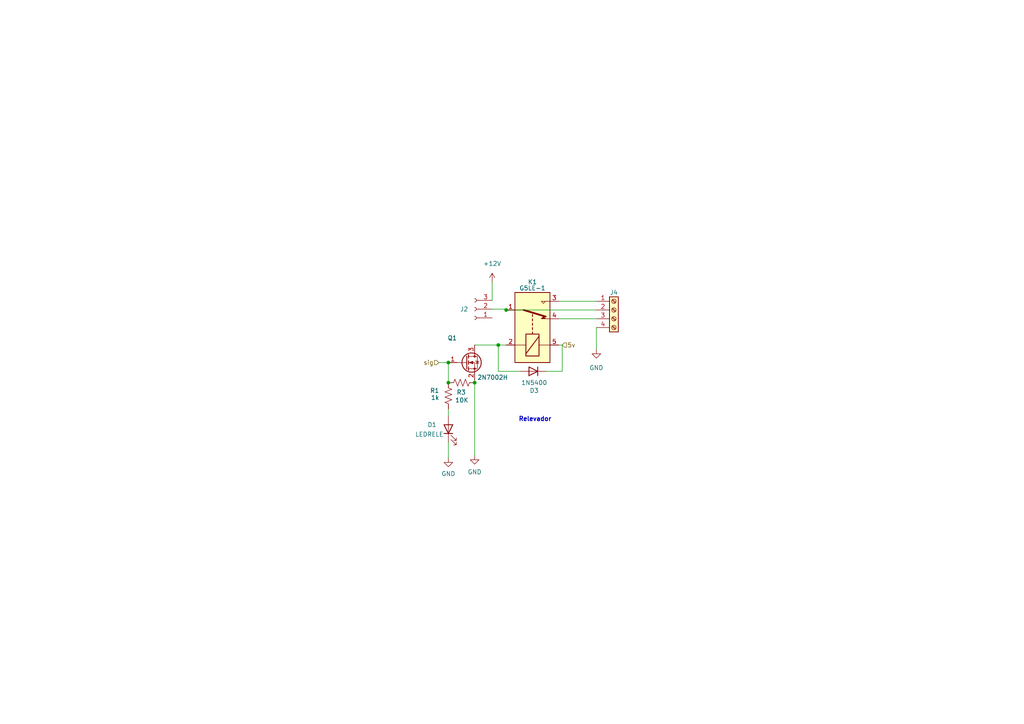
<source format=kicad_sch>
(kicad_sch (version 20230121) (generator eeschema)
  (paper "A4")
  (lib_symbols
    (symbol "Connector:Conn_01x03_Female" (pin_names (offset 1.016) hide)
      (property "Reference" "J" (at 0 5.08 0))
      (property "Value" "Conn_01x03_Female" (at 0 -5.08 0))
      (symbol "Conn_01x03_Female_1_1"
        (arc (start 0 -2.032) (mid -0.5058 -2.54) (end 0 -3.048) (stroke (width 0.1524)))
        (polyline (pts (xy -1.27 -2.54) (xy -0.508 -2.54)) (stroke (width 0.1524)))
        (polyline (pts (xy -1.27 0) (xy -0.508 0)) (stroke (width 0.1524)))
        (polyline (pts (xy -1.27 2.54) (xy -0.508 2.54)) (stroke (width 0.1524)))
        (arc (start 0 0.508) (mid -0.5058 0) (end 0 -0.508) (stroke (width 0.1524)))
        (arc (start 0 3.048) (mid -0.5058 2.54) (end 0 2.032) (stroke (width 0.1524)))
        (pin passive line (at -5.08 2.54 0) (length 3.81) (name "Pin_1") (number "1"))
        (pin passive line (at -5.08 0 0) (length 3.81) (name "Pin_2") (number "2"))
        (pin passive line (at -5.08 -2.54 0) (length 3.81) (name "Pin_3") (number "3"))
      )
    )
    (symbol "Connector:Screw_Terminal_01x04" (pin_names (offset 1.016) hide)
      (property "Reference" "J" (at 0 5.08 0))
      (property "Value" "Screw_Terminal_01x04" (at 0 -7.62 0))
      (symbol "Screw_Terminal_01x04_1_1"
        (rectangle (start -1.27 3.81) (end 1.27 -6.35) (stroke (width 0.254)) (fill (type background)))
        (circle (center 0 -5.08) (radius 0.635) (stroke (width 0.1524)))
        (circle (center 0 -2.54) (radius 0.635) (stroke (width 0.1524)))
        (polyline (pts (xy -0.5334 -4.7498) (xy 0.3302 -5.588)) (stroke (width 0.1524)))
        (polyline (pts (xy -0.5334 -2.2098) (xy 0.3302 -3.048)) (stroke (width 0.1524)))
        (polyline (pts (xy -0.5334 0.3302) (xy 0.3302 -0.508)) (stroke (width 0.1524)))
        (polyline (pts (xy -0.5334 2.8702) (xy 0.3302 2.032)) (stroke (width 0.1524)))
        (polyline (pts (xy -0.3556 -4.572) (xy 0.508 -5.4102)) (stroke (width 0.1524)))
        (polyline (pts (xy -0.3556 -2.032) (xy 0.508 -2.8702)) (stroke (width 0.1524)))
        (polyline (pts (xy -0.3556 0.508) (xy 0.508 -0.3302)) (stroke (width 0.1524)))
        (polyline (pts (xy -0.3556 3.048) (xy 0.508 2.2098)) (stroke (width 0.1524)))
        (circle (center 0 0) (radius 0.635) (stroke (width 0.1524)))
        (circle (center 0 2.54) (radius 0.635) (stroke (width 0.1524)))
        (pin passive line (at -5.08 2.54 0) (length 3.81) (name "Pin_1") (number "1"))
        (pin passive line (at -5.08 0 0) (length 3.81) (name "Pin_2") (number "2"))
        (pin passive line (at -5.08 -2.54 0) (length 3.81) (name "Pin_3") (number "3"))
        (pin passive line (at -5.08 -5.08 0) (length 3.81) (name "Pin_4") (number "4"))
      )
    )
    (symbol "Device:LED" (pin_numbers hide) (pin_names (offset 1.016) hide)
      (property "Reference" "D" (at 0 2.54 0))
      (property "Value" "LED" (at 0 -2.54 0))
      (symbol "LED_0_1"
        (polyline (pts (xy -1.27 -1.27) (xy -1.27 1.27)) (stroke (width 0.254)))
        (polyline (pts (xy -1.27 0) (xy 1.27 0)))
        (polyline (pts (xy 1.27 -1.27) (xy 1.27 1.27) (xy -1.27 0) (xy 1.27 -1.27)) (stroke (width 0.254)))
        (polyline (pts (xy -3.048 -0.762) (xy -4.572 -2.286) (xy -3.81 -2.286) (xy -4.572 -2.286) (xy -4.572 -1.524)))
        (polyline (pts (xy -1.778 -0.762) (xy -3.302 -2.286) (xy -2.54 -2.286) (xy -3.302 -2.286) (xy -3.302 -1.524)))
      )
      (symbol "LED_1_1"
        (pin passive line (at -3.81 0 0) (length 2.54) (name "K") (number "1"))
        (pin passive line (at 3.81 0 180) (length 2.54) (name "A") (number "2"))
      )
    )
    (symbol "Device:R_US" (pin_numbers hide) (pin_names (offset 0))
      (property "Reference" "R" (at 2.54 0 90))
      (property "Value" "R_US" (at -2.54 0 90))
      (symbol "R_US_0_1"
        (polyline (pts (xy 0 -2.286) (xy 0 -2.54)))
        (polyline (pts (xy 0 2.286) (xy 0 2.54)))
        (polyline (pts (xy 0 -0.762) (xy 1.016 -1.143) (xy 0 -1.524) (xy -1.016 -1.905) (xy 0 -2.286)))
        (polyline (pts (xy 0 0.762) (xy 1.016 0.381) (xy 0 0) (xy -1.016 -0.381) (xy 0 -0.762)))
        (polyline (pts (xy 0 2.286) (xy 1.016 1.905) (xy 0 1.524) (xy -1.016 1.143) (xy 0 0.762)))
      )
      (symbol "R_US_1_1"
        (pin passive line (at 0 3.81 270) (length 1.27) (name "~") (number "1"))
        (pin passive line (at 0 -3.81 90) (length 1.27) (name "~") (number "2"))
      )
    )
    (symbol "Diode:1N5400" (pin_numbers hide) (pin_names hide)
      (property "Reference" "D" (at 0 2.54 0))
      (property "Value" "1N5400" (at 0 -2.54 0))
      (symbol "1N5400_0_1"
        (polyline (pts (xy -1.27 1.27) (xy -1.27 -1.27)) (stroke (width 0.254)))
        (polyline (pts (xy 1.27 0) (xy -1.27 0)))
        (polyline (pts (xy 1.27 1.27) (xy 1.27 -1.27) (xy -1.27 0) (xy 1.27 1.27)) (stroke (width 0.254)))
      )
      (symbol "1N5400_1_1"
        (pin passive line (at -3.81 0 0) (length 2.54) (name "K") (number "1"))
        (pin passive line (at 3.81 0 180) (length 2.54) (name "A") (number "2"))
      )
    )
    (symbol "Relay:G5LE-1"
      (property "Reference" "K" (at 11.43 3.81 0))
      (property "Value" "G5LE-1" (at 11.43 1.27 0))
      (symbol "G5LE-1_0_0"
        (polyline (pts (xy 7.62 5.08) (xy 7.62 2.54) (xy 6.985 3.175) (xy 7.62 3.81)))
      )
      (symbol "G5LE-1_0_1"
        (rectangle (start -10.16 5.08) (end 10.16 -5.08) (stroke (width 0.254)) (fill (type background)))
        (rectangle (start -8.255 1.905) (end -1.905 -1.905) (stroke (width 0.254)))
        (polyline (pts (xy -7.62 -1.905) (xy -2.54 1.905)) (stroke (width 0.254)))
        (polyline (pts (xy -5.08 -5.08) (xy -5.08 -1.905)))
        (polyline (pts (xy -5.08 5.08) (xy -5.08 1.905)))
        (polyline (pts (xy -1.905 0) (xy -1.27 0)) (stroke (width 0.254)))
        (polyline (pts (xy -0.635 0) (xy 0 0)) (stroke (width 0.254)))
        (polyline (pts (xy 0.635 0) (xy 1.27 0)) (stroke (width 0.254)))
        (polyline (pts (xy 1.905 0) (xy 2.54 0)) (stroke (width 0.254)))
        (polyline (pts (xy 3.175 0) (xy 3.81 0)) (stroke (width 0.254)))
        (polyline (pts (xy 5.08 -2.54) (xy 3.175 3.81)) (stroke (width 0.508)))
        (polyline (pts (xy 5.08 -2.54) (xy 5.08 -5.08)))
        (polyline (pts (xy 2.54 5.08) (xy 2.54 2.54) (xy 3.175 3.175) (xy 2.54 3.81)) (fill (type outline)))
      )
      (symbol "G5LE-1_1_1"
        (pin passive line (at 5.08 -7.62 90) (length 2.54) (name "~") (number "1"))
        (pin passive line (at -5.08 -7.62 90) (length 2.54) (name "~") (number "2"))
        (pin passive line (at 7.62 7.62 270) (length 2.54) (name "~") (number "3"))
        (pin passive line (at 2.54 7.62 270) (length 2.54) (name "~") (number "4"))
        (pin passive line (at -5.08 7.62 270) (length 2.54) (name "~") (number "5"))
      )
    )
    (symbol "Transistor_FET:2N7002H" (pin_names hide)
      (property "Reference" "Q" (at 5.08 1.905 0))
      (property "Value" "2N7002H" (at 5.08 0 0))
      (symbol "2N7002H_0_1"
        (polyline (pts (xy 0.254 0) (xy -2.54 0)))
        (polyline (pts (xy 0.254 1.905) (xy 0.254 -1.905)) (stroke (width 0.254)))
        (polyline (pts (xy 0.762 -1.27) (xy 0.762 -2.286)) (stroke (width 0.254)))
        (polyline (pts (xy 0.762 0.508) (xy 0.762 -0.508)) (stroke (width 0.254)))
        (polyline (pts (xy 0.762 2.286) (xy 0.762 1.27)) (stroke (width 0.254)))
        (polyline (pts (xy 2.54 2.54) (xy 2.54 1.778)))
        (polyline (pts (xy 2.54 -2.54) (xy 2.54 0) (xy 0.762 0)))
        (polyline (pts (xy 0.762 -1.778) (xy 3.302 -1.778) (xy 3.302 1.778) (xy 0.762 1.778)))
        (polyline (pts (xy 1.016 0) (xy 2.032 0.381) (xy 2.032 -0.381) (xy 1.016 0)) (fill (type outline)))
        (polyline (pts (xy 2.794 0.508) (xy 2.921 0.381) (xy 3.683 0.381) (xy 3.81 0.254)))
        (polyline (pts (xy 3.302 0.381) (xy 2.921 -0.254) (xy 3.683 -0.254) (xy 3.302 0.381)))
        (circle (center 1.651 0) (radius 2.794) (stroke (width 0.254)))
        (circle (center 2.54 -1.778) (radius 0.254) (fill (type outline)))
        (circle (center 2.54 1.778) (radius 0.254) (fill (type outline)))
      )
      (symbol "2N7002H_1_1"
        (pin input line (at -5.08 0 0) (length 2.54) (name "G") (number "1"))
        (pin passive line (at 2.54 -5.08 90) (length 2.54) (name "S") (number "2"))
        (pin passive line (at 2.54 5.08 270) (length 2.54) (name "D") (number "3"))
      )
    )
    (symbol "power:+12V" (power) (pin_names (offset 0))
      (property "Value" "+12V" (at 0 3.556 0))
      (symbol "+12V_0_1"
        (polyline (pts (xy -0.762 1.27) (xy 0 2.54)))
        (polyline (pts (xy 0 0) (xy 0 2.54)))
        (polyline (pts (xy 0 2.54) (xy 0.762 1.27)))
      )
      (symbol "+12V_1_1"
        (pin power_in line (at 0 0 90) (length 0) hide (name "+12V") (number "1"))
      )
    )
    (symbol "power:GND" (power) (pin_names (offset 0))
      (property "Value" "GND" (at 0 -3.81 0))
      (symbol "GND_0_1"
        (polyline (pts (xy 0 0) (xy 0 -1.27) (xy 1.27 -1.27) (xy 0 -2.54) (xy -1.27 -1.27) (xy 0 -1.27)))
      )
      (symbol "GND_1_1"
        (pin power_in line (at 0 0 270) (length 0) hide (name "GND") (number "1"))
      )
    )
  )
  (junction (at 130.048 105.156))
  (junction (at 137.668 110.998))
  (junction (at 146.812 89.916))
  (junction (at 144.526 100.076))
  (junction (at 130.048 110.998))
  (wire (pts (xy 130.048 132.842) (xy 130.048 128.27)))
  (wire (pts (xy 163.068 100.076) (xy 162.052 100.076)))
  (wire (pts (xy 137.668 100.076) (xy 144.526 100.076)))
  (wire (pts (xy 163.068 100.076) (xy 163.068 107.696)))
  (wire (pts (xy 146.812 89.916) (xy 172.974 89.916)))
  (wire (pts (xy 144.526 100.076) (xy 146.812 100.076)))
  (wire (pts (xy 146.812 89.662) (xy 146.812 89.916)))
  (wire (pts (xy 172.974 94.996) (xy 172.974 101.346)))
  (wire (pts (xy 137.668 110.236) (xy 137.668 110.998)))
  (wire (pts (xy 127.254 105.156) (xy 130.048 105.156)))
  (wire (pts (xy 130.048 120.65) (xy 130.048 118.618)))
  (wire (pts (xy 142.748 89.662) (xy 146.812 89.662)))
  (wire (pts (xy 137.668 110.998) (xy 137.668 132.08)))
  (wire (pts (xy 144.526 107.696) (xy 150.876 107.696)))
  (wire (pts (xy 158.496 107.696) (xy 163.068 107.696)))
  (wire (pts (xy 162.052 92.456) (xy 172.974 92.456)))
  (wire (pts (xy 162.052 87.376) (xy 172.974 87.376)))
  (wire (pts (xy 130.048 110.998) (xy 130.048 105.156)))
  (wire (pts (xy 142.748 81.788) (xy 142.748 87.122)))
  (wire (pts (xy 144.526 107.696) (xy 144.526 100.076)))
  (text "Relevador\n" (at 150.368 122.428 0) (effects (font (size 1.27 1.27) bold) (justify left bottom)))
  (hierarchical_label "sig" (shape input) (at 127.254 105.156 180))
  (hierarchical_label "5v" (shape input) (at 163.068 100.076 0))
  (symbol (lib_id "power:GND") (at 130.048 132.842 0) (unit 1)
    (property "Reference" "#PWR04" (effects hide))
    (property "Value" "GND" (at 130.048 137.414 0))
  )
  (symbol (lib_id "Device:R_US") (at 133.858 110.998 90) (unit 1)
    (property "Reference" "R3" (at 135.128 113.792 90) (effects (justify left)))
    (property "Value" "10K" (at 135.89 116.078 90) (effects (justify left)))
    (property "Footprint" "Resistor_SMD:R_0805_2012Metric_Pad1.20x1.40mm_HandSolder" (effects hide))
    (instances (project "SCARAB-V1" (path "" (reference "R3") (unit 1))) (project "ER-PROMEGA-SHIELD" (path "" (reference "R5") (unit 1))))
  )
  (symbol (lib_id "Transistor_FET:2N7002H") (at 135.128 105.156 0) (unit 1)
    (property "Reference" "Q1" (at 129.794 98.044 0) (effects (justify left)))
    (property "Value" "2N7002H" (at 138.43 109.474 0) (effects (justify left)))
    (property "Footprint" "Package_TO_SOT_SMD:SOT-23" (effects hide))
    (property "Datasheet" "http://www.diodes.com/assets/Datasheets/2N7002H.pdf" (effects hide))
  )
  (symbol (lib_id "Relay:G5LE-1") (at 154.432 94.996 270) (mirror x) (unit 1)
    (property "Reference" "K1" (at 154.432 81.788 90))
    (property "Value" "G5LE-1" (at 154.432 83.566 90))
    (property "Footprint" "Relay_THT:Relay_SPDT_Omron-G5LE-1" (effects hide))
    (property "Datasheet" "http://www.omron.com/ecb/products/pdf/en-g5le.pdf" (effects hide))
  )
  (symbol (lib_id "power:GND") (at 172.974 101.346 0) (unit 1)
    (property "Reference" "#PWR02" (effects hide))
    (property "Value" "GND" (at 172.974 106.68 0))
  )
  (symbol (lib_id "Connector:Screw_Terminal_01x04") (at 178.054 89.916 0) (unit 1)
    (property "Reference" "J4" (at 178.054 84.836 0))
    (property "Value" "Screw_Terminal_01x04" (effects hide))
    (property "Footprint" "Connector_Phoenix_MC:PhoenixContact_MC_1,5_4-G-3.81_1x04_P3.81mm_Horizontal" (effects hide))
    (instances (project "SCARAB-V1" (path "" (reference "J4") (unit 1))) (project "ER-PROMEGA-SHIELD" (path "" (reference "J3") (unit 1))))
  )
  (symbol (lib_id "power:+12V") (at 142.748 81.788 0) (unit 1)
    (property "Reference" "#PWR01" (effects hide))
    (property "Value" "+12V" (at 142.748 76.454 0))
  )
  (symbol (lib_id "Device:R_US") (at 130.048 114.808 0) (unit 1)
    (property "Reference" "R1" (at 124.714 113.284 0) (effects (justify left)))
    (property "Value" "1k" (at 124.968 115.316 0) (effects (justify left)))
    (property "Footprint" "Resistor_SMD:R_0805_2012Metric_Pad1.20x1.40mm_HandSolder" (effects hide))
    (instances (project "SCARAB-V1" (path "" (reference "R1") (unit 1))) (project "ER-PROMEGA-SHIELD" (path "" (reference "R4") (unit 1))))
  )
  (symbol (lib_id "Connector:Conn_01x03_Female") (at 137.668 89.662 180) (unit 1)
    (property "Reference" "J2" (at 134.62 89.662 0))
    (property "Value" "Conn_01x03_Female" (effects hide))
    (property "Footprint" "Connector_PinHeader_2.54mm:PinHeader_1x03_P2.54mm_Vertical" (effects hide))
  )
  (symbol (lib_id "Device:LED") (at 130.048 124.46 90) (unit 1)
    (property "Reference" "D1" (at 123.952 123.19 90) (effects (justify right)))
    (property "Value" "LEDRELE" (at 120.396 125.984 90) (effects (justify right)))
    (property "Footprint" "LED_SMD:LED_1206_3216Metric_Pad1.42x1.75mm_HandSolder" (effects hide))
    (instances (project "SCARAB-V1" (path "" (reference "D1") (unit 1))) (project "ER-PROMEGA-SHIELD" (path "" (reference "D3") (unit 1))))
  )
  (symbol (lib_id "Diode:1N5400") (at 154.686 107.696 180) (unit 1)
    (property "Reference" "D3" (at 154.94 113.284 0))
    (property "Value" "1N5400" (at 154.94 110.998 0))
    (property "Footprint" "Diode_THT:D_A-405_P7.62mm_Horizontal" (effects hide))
    (property "Datasheet" "http://www.vishay.com/docs/88516/1n5400.pdf" (effects hide))
    (instances (project "SCARAB-V1" (path "" (reference "D3") (unit 1))) (project "ER-PROMEGA-SHIELD" (path "" (reference "D4") (unit 1))))
  )
  (symbol (lib_id "power:GND") (at 137.668 132.08 0) (unit 1)
    (property "Reference" "#PWR03" (effects hide))
    (property "Value" "GND" (at 137.668 136.906 0))
  )
)
</source>
